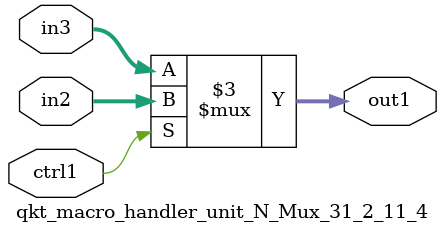
<source format=v>

`timescale 1ps / 1ps


module qkt_macro_handler_unit_N_Mux_31_2_11_4( in3, in2, ctrl1, out1 );

    input [30:0] in3;
    input [30:0] in2;
    input ctrl1;
    output [30:0] out1;
    reg [30:0] out1;

    
    // rtl_process:qkt_macro_handler_unit_N_Mux_31_2_11_4/qkt_macro_handler_unit_N_Mux_31_2_11_4_thread_1
    always @*
      begin : qkt_macro_handler_unit_N_Mux_31_2_11_4_thread_1
        case (ctrl1) 
          1'b1: 
            begin
              out1 = in2;
            end
          default: 
            begin
              out1 = in3;
            end
        endcase
      end

endmodule


</source>
